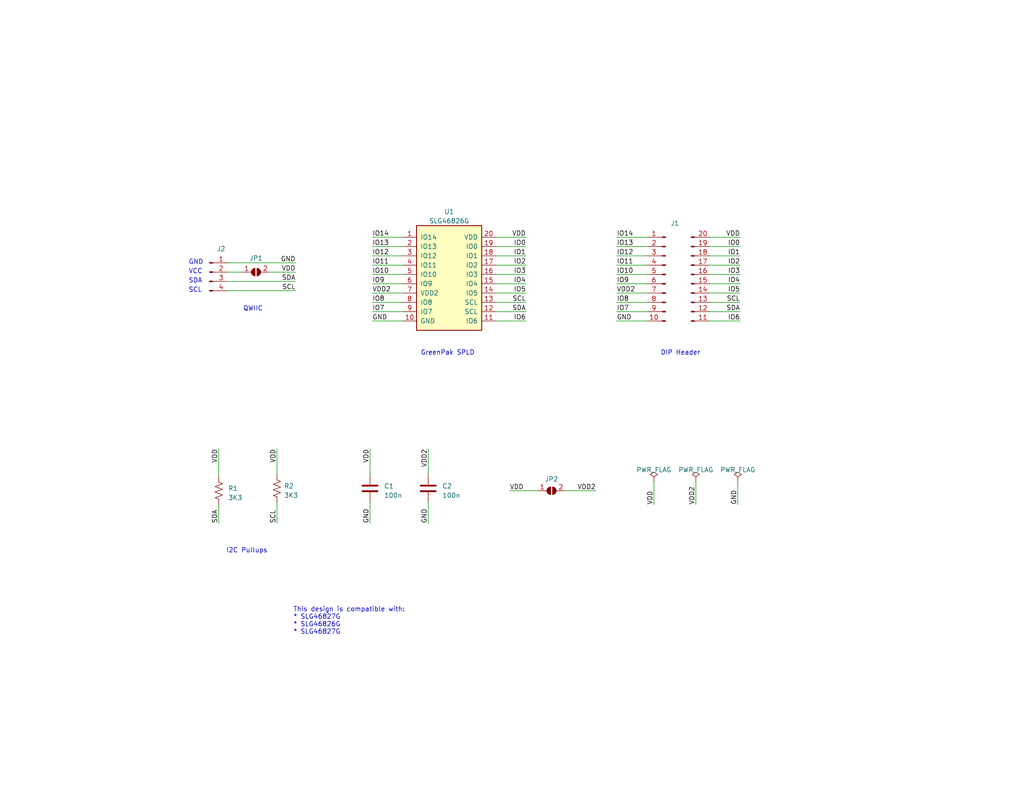
<source format=kicad_sch>
(kicad_sch (version 20230121) (generator eeschema)
  (paper "USLetter")
  (title_block (title "GreenPak TSSOP-20 SMD to DIP Adapter."))
  (lib_symbols
    (symbol "Connector:Conn_01x04_Pin" (pin_names (offset 1.016) hide)
      (property "Reference" "J" (at 0 5.08 0))
      (property "Value" "Conn_01x04_Pin" (at 0 -7.62 0))
      (symbol "Conn_01x04_Pin_1_1"
        (polyline (pts (xy 1.27 -5.08) (xy 0.8636 -5.08)) (stroke (width 0.1524)))
        (polyline (pts (xy 1.27 -2.54) (xy 0.8636 -2.54)) (stroke (width 0.1524)))
        (polyline (pts (xy 1.27 0) (xy 0.8636 0)) (stroke (width 0.1524)))
        (polyline (pts (xy 1.27 2.54) (xy 0.8636 2.54)) (stroke (width 0.1524)))
        (rectangle (start 0.8636 -4.953) (end 0 -5.207) (stroke (width 0.1524)) (fill (type outline)))
        (rectangle (start 0.8636 -2.413) (end 0 -2.667) (stroke (width 0.1524)) (fill (type outline)))
        (rectangle (start 0.8636 0.127) (end 0 -0.127) (stroke (width 0.1524)) (fill (type outline)))
        (rectangle (start 0.8636 2.667) (end 0 2.413) (stroke (width 0.1524)) (fill (type outline)))
        (pin passive line (at 5.08 2.54 180) (length 3.81) (name "Pin_1") (number "1"))
        (pin passive line (at 5.08 0 180) (length 3.81) (name "Pin_2") (number "2"))
        (pin passive line (at 5.08 -2.54 180) (length 3.81) (name "Pin_3") (number "3"))
        (pin passive line (at 5.08 -5.08 180) (length 3.81) (name "Pin_4") (number "4"))
      )
    )
    (symbol "Device:C" (pin_numbers hide) (pin_names (offset 0.254))
      (property "Reference" "C" (at 0.635 2.54 0))
      (property "Value" "C" (at 0.635 -2.54 0))
      (symbol "C_0_1"
        (polyline (pts (xy -2.032 -0.762) (xy 2.032 -0.762)) (stroke (width 0.508)))
        (polyline (pts (xy -2.032 0.762) (xy 2.032 0.762)) (stroke (width 0.508)))
      )
      (symbol "C_1_1"
        (pin passive line (at 0 3.81 270) (length 2.794) (name "~") (number "1"))
        (pin passive line (at 0 -3.81 90) (length 2.794) (name "~") (number "2"))
      )
    )
    (symbol "Device:R_US" (pin_numbers hide) (pin_names (offset 0))
      (property "Reference" "R" (at 2.54 0 90))
      (property "Value" "R_US" (at -2.54 0 90))
      (symbol "R_US_0_1"
        (polyline (pts (xy 0 -2.286) (xy 0 -2.54)))
        (polyline (pts (xy 0 2.286) (xy 0 2.54)))
        (polyline (pts (xy 0 -0.762) (xy 1.016 -1.143) (xy 0 -1.524) (xy -1.016 -1.905) (xy 0 -2.286)))
        (polyline (pts (xy 0 0.762) (xy 1.016 0.381) (xy 0 0) (xy -1.016 -0.381) (xy 0 -0.762)))
        (polyline (pts (xy 0 2.286) (xy 1.016 1.905) (xy 0 1.524) (xy -1.016 1.143) (xy 0 0.762)))
      )
      (symbol "R_US_1_1"
        (pin passive line (at 0 3.81 270) (length 1.27) (name "~") (number "1"))
        (pin passive line (at 0 -3.81 90) (length 1.27) (name "~") (number "2"))
      )
    )
    (symbol "Jumper:SolderJumper_2_Open" (pin_names (offset 0) hide)
      (property "Reference" "JP" (at 0 2.032 0))
      (property "Value" "SolderJumper_2_Open" (at 0 -2.54 0))
      (symbol "SolderJumper_2_Open_0_1"
        (arc (start -0.254 1.016) (mid -1.2656 0) (end -0.254 -1.016))
        (arc (start -0.254 1.016) (mid -1.2656 0) (end -0.254 -1.016) (fill (type outline)))
        (polyline (pts (xy -0.254 1.016) (xy -0.254 -1.016)))
        (polyline (pts (xy 0.254 1.016) (xy 0.254 -1.016)))
        (arc (start 0.254 -1.016) (mid 1.2656 0) (end 0.254 1.016))
        (arc (start 0.254 -1.016) (mid 1.2656 0) (end 0.254 1.016) (fill (type outline)))
      )
      (symbol "SolderJumper_2_Open_1_1"
        (pin passive line (at -3.81 0 0) (length 2.54) (name "A") (number "1"))
        (pin passive line (at 3.81 0 180) (length 2.54) (name "B") (number "2"))
      )
    )
    (symbol "power:PWR_FLAG" (power) (pin_numbers hide) (pin_names (offset 0) hide)
      (property "Value" "PWR_FLAG" (at 0 3.81 0))
      (symbol "PWR_FLAG_0_0"
        (pin power_out line (at 0 0 90) (length 0) (name "pwr") (number "1"))
      )
      (symbol "PWR_FLAG_0_1"
        (polyline (pts (xy 0 0) (xy 0 1.27) (xy -1.016 1.905) (xy 0 2.54) (xy 1.016 1.905) (xy 0 1.27)))
      )
    )
    (symbol "smd_adapters_with_tabs:Conn_2x10_Pin" (pin_names (offset 1.016) hide)
      (property "Reference" "J" (at 3.175 13.97 0))
      (property "Value" "Conn_02x10_Pin" (at 0 -15.24 0))
      (symbol "Conn_2x10_Pin_1_1"
        (rectangle (start -3.81 -11.557) (end -4.6736 -11.303) (stroke (width 0.1524)) (fill (type outline)))
        (rectangle (start -3.81 -9.017) (end -4.6736 -8.763) (stroke (width 0.1524)) (fill (type outline)))
        (rectangle (start -3.81 -6.477) (end -4.6736 -6.223) (stroke (width 0.1524)) (fill (type outline)))
        (rectangle (start -3.81 -3.937) (end -4.6736 -3.683) (stroke (width 0.1524)) (fill (type outline)))
        (rectangle (start -3.81 -1.397) (end -4.6736 -1.143) (stroke (width 0.1524)) (fill (type outline)))
        (rectangle (start -3.81 1.143) (end -4.6736 1.397) (stroke (width 0.1524)) (fill (type outline)))
        (rectangle (start -3.81 3.683) (end -4.6736 3.937) (stroke (width 0.1524)) (fill (type outline)))
        (rectangle (start -3.81 6.223) (end -4.6736 6.477) (stroke (width 0.1524)) (fill (type outline)))
        (rectangle (start -3.81 8.763) (end -4.6736 9.017) (stroke (width 0.1524)) (fill (type outline)))
        (rectangle (start -3.81 11.303) (end -4.6736 11.557) (stroke (width 0.1524)) (fill (type outline)))
        (polyline (pts (xy -5.08 -11.43) (xy -4.6736 -11.43)) (stroke (width 0.1524)))
        (polyline (pts (xy -5.08 -8.89) (xy -4.6736 -8.89)) (stroke (width 0.1524)))
        (polyline (pts (xy -5.08 -6.35) (xy -4.6736 -6.35)) (stroke (width 0.1524)))
        (polyline (pts (xy -5.08 -3.81) (xy -4.6736 -3.81)) (stroke (width 0.1524)))
        (polyline (pts (xy -5.08 -1.27) (xy -4.6736 -1.27)) (stroke (width 0.1524)))
        (polyline (pts (xy -5.08 1.27) (xy -4.6736 1.27)) (stroke (width 0.1524)))
        (polyline (pts (xy -5.08 3.81) (xy -4.6736 3.81)) (stroke (width 0.1524)))
        (polyline (pts (xy -5.08 6.35) (xy -4.6736 6.35)) (stroke (width 0.1524)))
        (polyline (pts (xy -5.08 8.89) (xy -4.6736 8.89)) (stroke (width 0.1524)))
        (polyline (pts (xy -5.08 11.43) (xy -4.6736 11.43)) (stroke (width 0.1524)))
        (polyline (pts (xy 4.445 -11.43) (xy 4.0386 -11.43)) (stroke (width 0.1524)))
        (polyline (pts (xy 4.445 -8.89) (xy 4.0386 -8.89)) (stroke (width 0.1524)))
        (polyline (pts (xy 4.445 -6.35) (xy 4.0386 -6.35)) (stroke (width 0.1524)))
        (polyline (pts (xy 4.445 -3.81) (xy 4.0386 -3.81)) (stroke (width 0.1524)))
        (polyline (pts (xy 4.445 -1.27) (xy 4.0386 -1.27)) (stroke (width 0.1524)))
        (polyline (pts (xy 4.445 1.27) (xy 4.0386 1.27)) (stroke (width 0.1524)))
        (polyline (pts (xy 4.445 3.81) (xy 4.0386 3.81)) (stroke (width 0.1524)))
        (polyline (pts (xy 4.445 6.35) (xy 4.0386 6.35)) (stroke (width 0.1524)))
        (polyline (pts (xy 4.445 8.89) (xy 4.0386 8.89)) (stroke (width 0.1524)))
        (polyline (pts (xy 4.445 11.43) (xy 4.0386 11.43)) (stroke (width 0.1524)))
        (rectangle (start 4.0386 -11.303) (end 3.175 -11.557) (stroke (width 0.1524)) (fill (type outline)))
        (rectangle (start 4.0386 -8.763) (end 3.175 -9.017) (stroke (width 0.1524)) (fill (type outline)))
        (rectangle (start 4.0386 -6.223) (end 3.175 -6.477) (stroke (width 0.1524)) (fill (type outline)))
        (rectangle (start 4.0386 -3.683) (end 3.175 -3.937) (stroke (width 0.1524)) (fill (type outline)))
        (rectangle (start 4.0386 -1.143) (end 3.175 -1.397) (stroke (width 0.1524)) (fill (type outline)))
        (rectangle (start 4.0386 1.397) (end 3.175 1.143) (stroke (width 0.1524)) (fill (type outline)))
        (rectangle (start 4.0386 3.937) (end 3.175 3.683) (stroke (width 0.1524)) (fill (type outline)))
        (rectangle (start 4.0386 6.477) (end 3.175 6.223) (stroke (width 0.1524)) (fill (type outline)))
        (rectangle (start 4.0386 9.017) (end 3.175 8.763) (stroke (width 0.1524)) (fill (type outline)))
        (rectangle (start 4.0386 11.557) (end 3.175 11.303) (stroke (width 0.1524)) (fill (type outline)))
        (pin passive line (at -8.89 11.43 0) (length 3.81) (name "Pin_1") (number "1"))
        (pin passive line (at -8.89 -11.43 0) (length 3.81) (name "Pin_10") (number "10"))
        (pin passive line (at 8.255 -11.43 180) (length 3.81) (name "Pin_11") (number "11"))
        (pin passive line (at 8.255 -8.89 180) (length 3.81) (name "Pin_12") (number "12"))
        (pin passive line (at 8.255 -6.35 180) (length 3.81) (name "Pin_13") (number "13"))
        (pin passive line (at 8.255 -3.81 180) (length 3.81) (name "Pin_14") (number "14"))
        (pin passive line (at 8.255 -1.27 180) (length 3.81) (name "Pin_15") (number "15"))
        (pin passive line (at 8.255 1.27 180) (length 3.81) (name "Pin_16") (number "16"))
        (pin passive line (at 8.255 3.81 180) (length 3.81) (name "Pin_17") (number "17"))
        (pin passive line (at 8.255 6.35 180) (length 3.81) (name "Pin_18") (number "18"))
        (pin passive line (at 8.255 8.89 180) (length 3.81) (name "Pin_19") (number "19"))
        (pin passive line (at -8.89 8.89 0) (length 3.81) (name "Pin_2") (number "2"))
        (pin passive line (at 8.255 11.43 180) (length 3.81) (name "Pin_20") (number "20"))
        (pin passive line (at -8.89 6.35 0) (length 3.81) (name "Pin_3") (number "3"))
        (pin passive line (at -8.89 3.81 0) (length 3.81) (name "Pin_4") (number "4"))
        (pin passive line (at -8.89 1.27 0) (length 3.81) (name "Pin_5") (number "5"))
        (pin passive line (at -8.89 -1.27 0) (length 3.81) (name "Pin_6") (number "6"))
        (pin passive line (at -8.89 -3.81 0) (length 3.81) (name "Pin_7") (number "7"))
        (pin passive line (at -8.89 -6.35 0) (length 3.81) (name "Pin_8") (number "8"))
        (pin passive line (at -8.89 -8.89 0) (length 3.81) (name "Pin_9") (number "9"))
      )
    )
    (symbol "smd_adapters_with_tabs:SLG46826G" (pin_names (offset 1.016))
      (property "Reference" "U" (at 0 20.955 0))
      (property "Value" "SLG46826G" (at 5.715 17.78 0))
      (symbol "SLG46826G_0_1"
        (rectangle (start -8.89 14.605) (end 8.89 -13.97) (stroke (width 0.254)) (fill (type background)))
      )
      (symbol "SLG46826G_1_1"
        (pin tri_state line (at -12.7 11.43 0) (length 3.81) (name "IO14") (number "1"))
        (pin power_in line (at -12.7 -11.43 0) (length 3.81) (name "GND") (number "10"))
        (pin tri_state line (at 12.7 -11.43 180) (length 3.81) (name "IO6") (number "11"))
        (pin tri_state line (at 12.7 -8.89 180) (length 3.81) (name "SCL") (number "12"))
        (pin tri_state line (at 12.7 -6.35 180) (length 3.81) (name "SCL") (number "13"))
        (pin tri_state line (at 12.7 -3.81 180) (length 3.81) (name "IO5") (number "14"))
        (pin tri_state line (at 12.7 -1.27 180) (length 3.81) (name "IO4") (number "15"))
        (pin tri_state line (at 12.7 1.27 180) (length 3.81) (name "IO3") (number "16"))
        (pin tri_state line (at 12.7 3.81 180) (length 3.81) (name "IO2") (number "17"))
        (pin tri_state line (at 12.7 6.35 180) (length 3.81) (name "IO1") (number "18"))
        (pin tri_state line (at 12.7 8.89 180) (length 3.81) (name "IO0") (number "19"))
        (pin tri_state line (at -12.7 8.89 0) (length 3.81) (name "IO13") (number "2"))
        (pin power_in line (at 12.7 11.43 180) (length 3.81) (name "VDD") (number "20"))
        (pin tri_state line (at -12.7 6.35 0) (length 3.81) (name "IO12") (number "3"))
        (pin tri_state line (at -12.7 3.81 0) (length 3.81) (name "IO11") (number "4"))
        (pin tri_state line (at -12.7 1.27 0) (length 3.81) (name "IO10") (number "5"))
        (pin tri_state line (at -12.7 -1.27 0) (length 3.81) (name "IO9") (number "6"))
        (pin power_in line (at -12.7 -3.81 0) (length 3.81) (name "VDD2") (number "7"))
        (pin tri_state line (at -12.7 -6.35 0) (length 3.81) (name "IO8") (number "8"))
        (pin tri_state line (at -12.7 -8.89 0) (length 3.81) (name "IO7") (number "9"))
      )
    )
  )
  (wire (pts (xy 62.23 76.835) (xy 80.645 76.835)))
  (wire (pts (xy 168.275 69.85) (xy 176.53 69.85)))
  (wire (pts (xy 73.66 74.295) (xy 80.645 74.295)))
  (wire (pts (xy 168.275 74.93) (xy 176.53 74.93)))
  (wire (pts (xy 143.51 87.63) (xy 135.255 87.63)))
  (wire (pts (xy 201.93 77.47) (xy 193.675 77.47)))
  (wire (pts (xy 62.23 79.375) (xy 80.645 79.375)))
  (wire (pts (xy 101.6 64.77) (xy 109.855 64.77)))
  (wire (pts (xy 168.275 80.01) (xy 176.53 80.01)))
  (wire (pts (xy 201.93 87.63) (xy 193.675 87.63)))
  (wire (pts (xy 201.93 85.09) (xy 193.675 85.09)))
  (wire (pts (xy 168.275 72.39) (xy 176.53 72.39)))
  (wire (pts (xy 100.965 129.54) (xy 100.965 122.555)))
  (wire (pts (xy 101.6 74.93) (xy 109.855 74.93)))
  (wire (pts (xy 101.6 67.31) (xy 109.855 67.31)))
  (wire (pts (xy 101.6 72.39) (xy 109.855 72.39)))
  (wire (pts (xy 143.51 64.77) (xy 135.255 64.77)))
  (wire (pts (xy 201.93 67.31) (xy 193.675 67.31)))
  (wire (pts (xy 101.6 80.01) (xy 109.855 80.01)))
  (wire (pts (xy 168.275 85.09) (xy 176.53 85.09)))
  (wire (pts (xy 201.93 69.85) (xy 193.675 69.85)))
  (wire (pts (xy 168.275 87.63) (xy 176.53 87.63)))
  (wire (pts (xy 154.305 133.985) (xy 162.56 133.985)))
  (wire (pts (xy 62.23 74.295) (xy 66.04 74.295)))
  (wire (pts (xy 101.6 69.85) (xy 109.855 69.85)))
  (wire (pts (xy 143.51 85.09) (xy 135.255 85.09)))
  (wire (pts (xy 201.93 80.01) (xy 193.675 80.01)))
  (wire (pts (xy 62.23 71.755) (xy 80.645 71.755)))
  (wire (pts (xy 143.51 72.39) (xy 135.255 72.39)))
  (wire (pts (xy 168.275 67.31) (xy 176.53 67.31)))
  (wire (pts (xy 201.93 74.93) (xy 193.675 74.93)))
  (wire (pts (xy 201.295 131.445) (xy 201.295 137.795)))
  (wire (pts (xy 75.565 137.16) (xy 75.565 142.875)))
  (wire (pts (xy 143.51 69.85) (xy 135.255 69.85)))
  (wire (pts (xy 143.51 67.31) (xy 135.255 67.31)))
  (wire (pts (xy 101.6 87.63) (xy 109.855 87.63)))
  (wire (pts (xy 101.6 85.09) (xy 109.855 85.09)))
  (wire (pts (xy 100.965 137.16) (xy 100.965 142.875)))
  (wire (pts (xy 143.51 82.55) (xy 135.255 82.55)))
  (wire (pts (xy 201.93 64.77) (xy 193.675 64.77)))
  (wire (pts (xy 201.93 72.39) (xy 193.675 72.39)))
  (wire (pts (xy 189.865 131.445) (xy 189.865 137.795)))
  (wire (pts (xy 101.6 82.55) (xy 109.855 82.55)))
  (wire (pts (xy 139.065 133.985) (xy 146.685 133.985)))
  (wire (pts (xy 116.84 122.555) (xy 116.84 129.54)))
  (wire (pts (xy 59.69 137.795) (xy 59.69 142.875)))
  (wire (pts (xy 101.6 77.47) (xy 109.855 77.47)))
  (wire (pts (xy 168.275 82.55) (xy 176.53 82.55)))
  (wire (pts (xy 59.69 122.555) (xy 59.69 130.175)))
  (wire (pts (xy 178.435 131.445) (xy 178.435 137.795)))
  (wire (pts (xy 143.51 80.01) (xy 135.255 80.01)))
  (wire (pts (xy 75.565 122.555) (xy 75.565 129.54)))
  (wire (pts (xy 116.84 137.16) (xy 116.84 142.875)))
  (wire (pts (xy 143.51 77.47) (xy 135.255 77.47)))
  (wire (pts (xy 168.275 64.77) (xy 176.53 64.77)))
  (wire (pts (xy 201.93 82.55) (xy 193.675 82.55)))
  (wire (pts (xy 168.275 77.47) (xy 176.53 77.47)))
  (wire (pts (xy 143.51 74.93) (xy 135.255 74.93)))
  (text "GND" (at 51.435 72.39 0) (effects (font (size 1.27 1.27)) (justify left bottom)))
  (text "I2C Pullups" (at 73.025 151.13 0) (effects (font (size 1.27 1.27)) (justify right bottom)))
  (text "QWIIC" (at 71.755 85.09 0) (effects (font (size 1.27 1.27)) (justify right bottom)))
  (text "SCL" (at 51.435 80.01 0) (effects (font (size 1.27 1.27)) (justify left bottom)))
  (text "VCC" (at 51.435 74.93 0) (effects (font (size 1.27 1.27)) (justify left bottom)))
  (text "GreenPak SPLD" (at 129.54 97.155 0) (effects (font (size 1.27 1.27)) (justify right bottom)))
  (text "SDA" (at 51.435 77.47 0) (effects (font (size 1.27 1.27)) (justify left bottom)))
  (text "This design is compatible with:\n* SLG46827G\n* SLG46826G\n* SLG46827G" (at 80.01 173.355 0) (effects (font (size 1.27 1.27)) (justify left bottom)))
  (text "DIP Header" (at 191.135 97.155 0) (effects (font (size 1.27 1.27)) (justify right bottom)))
  (label "VDD" (at 143.51 64.77 180))
  (label "VDD" (at 59.69 122.555 270))
  (label "IO6" (at 201.93 87.63 180))
  (label "IO1" (at 143.51 69.85 180))
  (label "IO14" (at 101.6 64.77 0))
  (label "IO1" (at 201.93 69.85 180))
  (label "IO6" (at 143.51 87.63 180))
  (label "IO9" (at 168.275 77.47 0))
  (label "IO3" (at 143.51 74.93 180))
  (label "VDD2" (at 168.275 80.01 0))
  (label "IO3" (at 201.93 74.93 180))
  (label "VDD" (at 139.065 133.985 0))
  (label "GND" (at 80.645 71.755 180))
  (label "IO11" (at 168.275 72.39 0))
  (label "SCL" (at 75.565 142.875 90))
  (label "SDA" (at 59.69 142.875 90))
  (label "IO9" (at 101.6 77.47 0))
  (label "IO4" (at 143.51 77.47 180))
  (label "SCL" (at 143.51 82.55 180))
  (label "IO13" (at 168.275 67.31 0))
  (label "IO12" (at 168.275 69.85 0))
  (label "GND" (at 116.84 142.875 90))
  (label "VDD" (at 80.645 74.295 180))
  (label "SCL" (at 201.93 82.55 180))
  (label "VDD2" (at 116.84 122.555 270))
  (label "GND" (at 168.275 87.63 0))
  (label "IO13" (at 101.6 67.31 0))
  (label "GND" (at 100.965 142.875 90))
  (label "IO8" (at 101.6 82.55 0))
  (label "VDD" (at 178.435 137.795 90))
  (label "SDA" (at 80.645 76.835 180))
  (label "GND" (at 201.295 137.795 90))
  (label "VDD" (at 100.965 122.555 270))
  (label "GND" (at 101.6 87.63 0))
  (label "VDD2" (at 162.56 133.985 180))
  (label "VDD" (at 201.93 64.77 180))
  (label "VDD2" (at 189.865 137.795 90))
  (label "IO8" (at 168.275 82.55 0))
  (label "IO12" (at 101.6 69.85 0))
  (label "VDD2" (at 101.6 80.01 0))
  (label "IO2" (at 201.93 72.39 180))
  (label "SDA" (at 201.93 85.09 180))
  (label "IO4" (at 201.93 77.47 180))
  (label "IO0" (at 143.51 67.31 180))
  (label "IO10" (at 168.275 74.93 0))
  (label "SDA" (at 143.51 85.09 180))
  (label "IO10" (at 101.6 74.93 0))
  (label "VDD" (at 75.565 122.555 270))
  (label "IO7" (at 101.6 85.09 0))
  (label "IO11" (at 101.6 72.39 0))
  (label "IO5" (at 201.93 80.01 180))
  (label "IO7" (at 168.275 85.09 0))
  (label "IO14" (at 168.275 64.77 0))
  (label "IO5" (at 143.51 80.01 180))
  (label "SCL" (at 80.645 79.375 180))
  (label "IO0" (at 201.93 67.31 180))
  (label "IO2" (at 143.51 72.39 180))
  (symbol (lib_id "smd_adapters_with_tabs:SLG46826G") (at 122.555 76.2 0) (unit 1)
    (property "Reference" "U1" (at 122.555 57.785 0))
    (property "Value" "SLG46826G" (at 122.555 60.325 0))
    (property "Footprint" "Package_SO:TSSOP-20_4.4x6.5mm_P0.65mm" (effects hide))
  )
  (symbol (lib_id "power:PWR_FLAG") (at 178.435 131.445 0) (unit 1)
    (property "Reference" "#FLG01" (effects hide))
    (property "Value" "PWR_FLAG" (at 178.435 128.27 0))
  )
  (symbol (lib_id "Device:R_US") (at 75.565 133.35 0) (unit 1)
    (property "Reference" "R2" (at 77.47 132.715 0) (effects (justify left)))
    (property "Value" "3K3" (at 77.47 135.255 0) (effects (justify left)))
  )
  (symbol (lib_id "Jumper:SolderJumper_2_Open") (at 150.495 133.985 0) (unit 1)
    (property "Reference" "JP2" (at 150.495 130.81 0))
    (property "Value" "SolderJumper_2_Open" (effects hide))
  )
  (symbol (lib_id "Jumper:SolderJumper_2_Open") (at 69.85 74.295 0) (unit 1)
    (property "Reference" "JP1" (at 69.85 70.485 0))
    (property "Value" "SolderJumper_2_Open" (effects hide))
  )
  (symbol (lib_id "power:PWR_FLAG") (at 201.295 131.445 0) (unit 1)
    (property "Reference" "#FLG03" (effects hide))
    (property "Value" "PWR_FLAG" (at 201.295 128.27 0))
  )
  (symbol (lib_id "smd_adapters_with_tabs:Conn_2x10_Pin") (at 185.42 76.2 0) (unit 1)
    (property "Reference" "J1" (at 184.15 60.96 0))
    (property "Value" "Conn_02x10_Pin" (effects hide))
  )
  (symbol (lib_id "Device:R_US") (at 59.69 133.985 0) (unit 1)
    (property "Reference" "R1" (at 62.23 133.35 0) (effects (justify left)))
    (property "Value" "3K3" (at 62.23 135.89 0) (effects (justify left)))
  )
  (symbol (lib_id "power:PWR_FLAG") (at 189.865 131.445 0) (unit 1)
    (property "Reference" "#FLG02" (effects hide))
    (property "Value" "PWR_FLAG" (at 189.865 128.27 0))
  )
  (symbol (lib_id "Device:C") (at 116.84 133.35 0) (unit 1)
    (property "Reference" "C2" (at 120.65 132.715 0) (effects (justify left)))
    (property "Value" "100n" (at 120.65 135.255 0) (effects (justify left)))
  )
  (symbol (lib_id "Device:C") (at 100.965 133.35 0) (unit 1)
    (property "Reference" "C1" (at 104.775 132.715 0) (effects (justify left)))
    (property "Value" "100n" (at 104.775 135.255 0) (effects (justify left)))
  )
  (symbol (lib_id "Connector:Conn_01x04_Pin") (at 57.15 74.295 0) (unit 1)
    (property "Reference" "J2" (at 60.325 67.945 0))
    (property "Value" "Conn_01x04_Pin" (effects hide))
  )
)
</source>
